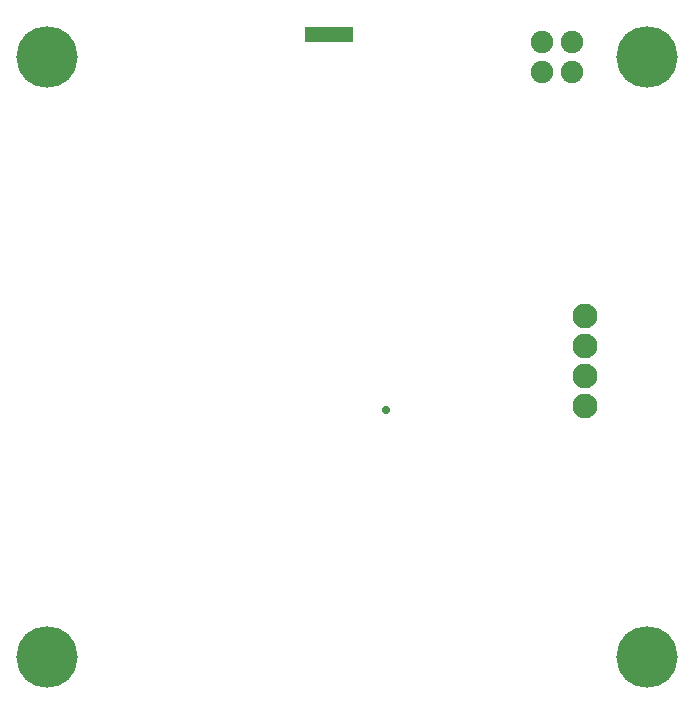
<source format=gbs>
G04 Layer: BottomSolderMaskLayer*
G04 Panelize: , Column: 2, Row: 2, Board Size: 58.42mm x 58.42mm, Panelized Board Size: 118.84mm x 118.84mm*
G04 EasyEDA v6.5.39, 2023-12-29 12:41:37*
G04 1036578b268b45588bb37d4cc57348ec,5a6b42c53f6a479593ecc07194224c93,10*
G04 Gerber Generator version 0.2*
G04 Scale: 100 percent, Rotated: No, Reflected: No *
G04 Dimensions in millimeters *
G04 leading zeros omitted , absolute positions ,4 integer and 5 decimal *
%FSLAX45Y45*%
%MOMM*%

%ADD10C,0.7216*%
%ADD11C,5.2032*%
%ADD12C,2.1016*%
%ADD13C,1.9016*%

%LPD*%
D10*
G01*
X3251200Y2476500D03*
D11*
G01*
X381000Y5461000D03*
G01*
X5461000Y5461000D03*
G01*
X5461000Y381000D03*
G01*
X381000Y381000D03*
D12*
G01*
X4931206Y3020161D03*
G01*
X4931206Y2766161D03*
G01*
X4931206Y2512161D03*
G01*
X4931206Y3274161D03*
D13*
G01*
X4572000Y5588000D03*
G01*
X4572000Y5334000D03*
G01*
X4826000Y5334000D03*
G01*
X4826000Y5588000D03*
G36*
X2565400Y5715000D02*
G01*
X2971800Y5715000D01*
X2971800Y5588000D01*
X2565400Y5588000D01*
G37*
M02*

</source>
